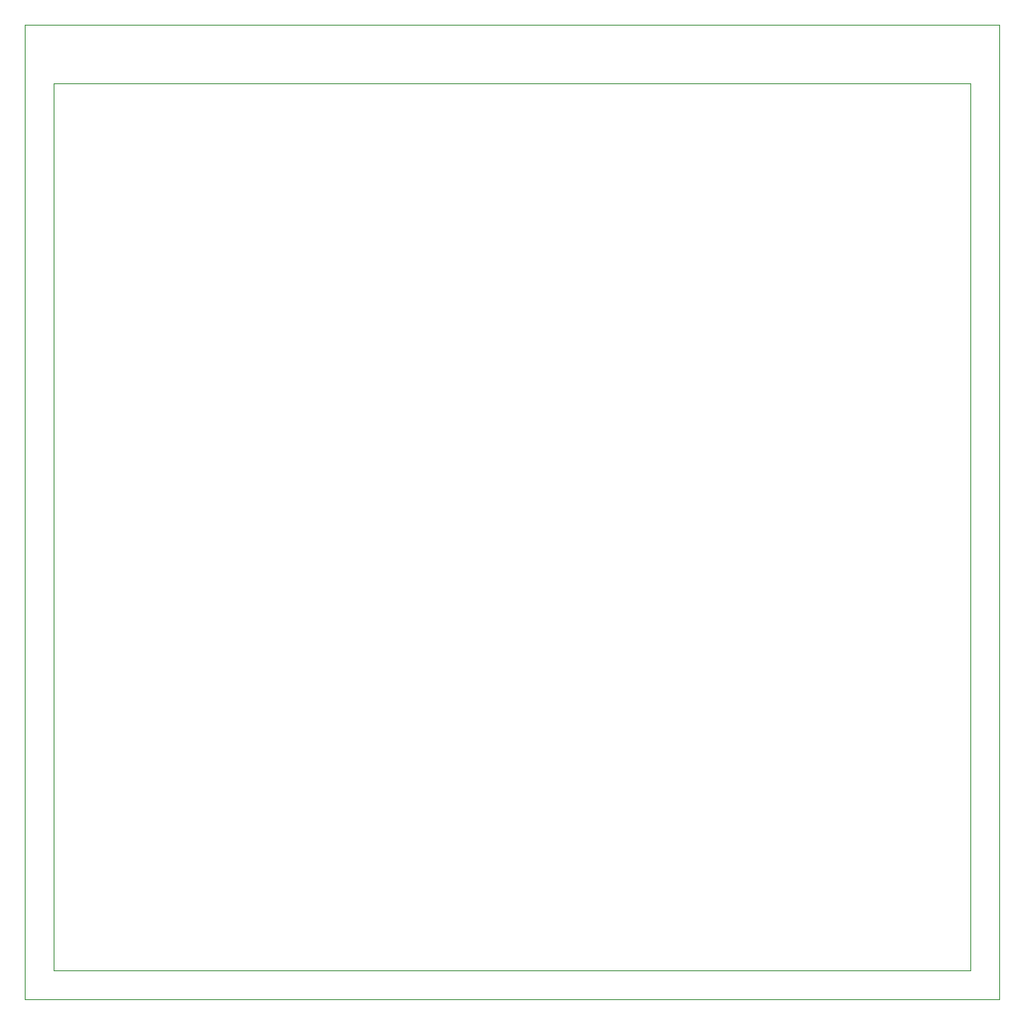
<source format=gm1>
G04 #@! TF.GenerationSoftware,KiCad,Pcbnew,(5.1.2)-1*
G04 #@! TF.CreationDate,2019-11-14T17:32:28+05:30*
G04 #@! TF.ProjectId,Frame,4672616d-652e-46b6-9963-61645f706362,rev?*
G04 #@! TF.SameCoordinates,Original*
G04 #@! TF.FileFunction,Profile,NP*
%FSLAX46Y46*%
G04 Gerber Fmt 4.6, Leading zero omitted, Abs format (unit mm)*
G04 Created by KiCad (PCBNEW (5.1.2)-1) date 2019-11-14 17:32:28*
%MOMM*%
%LPD*%
G04 APERTURE LIST*
%ADD10C,0.050000*%
G04 APERTURE END LIST*
D10*
X194252000Y-133792000D02*
X194252000Y-42792000D01*
X100252000Y-133792000D02*
X100252000Y-42792000D01*
X100252000Y-133792000D02*
X194252000Y-133792000D01*
X100252000Y-42792000D02*
X194252000Y-42792000D01*
X97252000Y-136792000D02*
X97252000Y-36792000D01*
X197252000Y-136792000D02*
X197252000Y-36792000D01*
X97252000Y-136792000D02*
X197252000Y-136792000D01*
X97252000Y-36792000D02*
X197252000Y-36792000D01*
M02*

</source>
